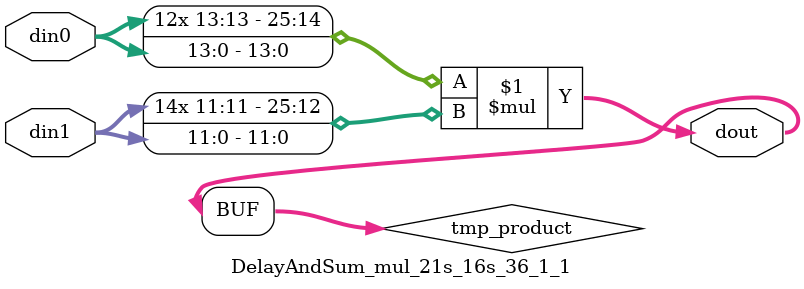
<source format=v>

`timescale 1 ns / 1 ps

 module DelayAndSum_mul_21s_16s_36_1_1(din0, din1, dout);
parameter ID = 1;
parameter NUM_STAGE = 0;
parameter din0_WIDTH = 14;
parameter din1_WIDTH = 12;
parameter dout_WIDTH = 26;

input [din0_WIDTH - 1 : 0] din0; 
input [din1_WIDTH - 1 : 0] din1; 
output [dout_WIDTH - 1 : 0] dout;

wire signed [dout_WIDTH - 1 : 0] tmp_product;



























assign tmp_product = $signed(din0) * $signed(din1);








assign dout = tmp_product;





















endmodule

</source>
